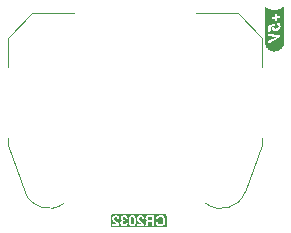
<source format=gbr>
%TF.GenerationSoftware,KiCad,Pcbnew,9.0.6*%
%TF.CreationDate,2025-12-27T16:00:58+00:00*%
%TF.ProjectId,AZUltra,415a556c-7472-4612-9e6b-696361645f70,rev?*%
%TF.SameCoordinates,Original*%
%TF.FileFunction,Legend,Bot*%
%TF.FilePolarity,Positive*%
%FSLAX46Y46*%
G04 Gerber Fmt 4.6, Leading zero omitted, Abs format (unit mm)*
G04 Created by KiCad (PCBNEW 9.0.6) date 2025-12-27 16:00:58*
%MOMM*%
%LPD*%
G01*
G04 APERTURE LIST*
%ADD10C,0.000000*%
%ADD11C,0.120000*%
G04 APERTURE END LIST*
D10*
G36*
X157201054Y-93801469D02*
G01*
X156972992Y-93801469D01*
X156958289Y-93801294D01*
X156908671Y-93795543D01*
X156889534Y-93788253D01*
X156873469Y-93777509D01*
X156864534Y-93768518D01*
X156854125Y-93752516D01*
X156846492Y-93733138D01*
X156841212Y-93707704D01*
X156839453Y-93678975D01*
X156841418Y-93649997D01*
X156852864Y-93611866D01*
X156873469Y-93585552D01*
X156896759Y-93571366D01*
X156927656Y-93563645D01*
X156972992Y-93561537D01*
X157201054Y-93561537D01*
X157201054Y-93801469D01*
G37*
G36*
X158354901Y-93323727D02*
G01*
X158422179Y-93399682D01*
X158444605Y-93458822D01*
X158444605Y-94450136D01*
X153733104Y-94450136D01*
X153733104Y-93694308D01*
X153833104Y-93694308D01*
X153835268Y-93736867D01*
X153847735Y-93793791D01*
X153858966Y-93820587D01*
X153873913Y-93846619D01*
X153895855Y-93875962D01*
X153923484Y-93905695D01*
X153971949Y-93948834D01*
X154033414Y-93996064D01*
X154111697Y-94053766D01*
X154175831Y-94108265D01*
X154199373Y-94136081D01*
X154216138Y-94164554D01*
X153836841Y-94164554D01*
X153836841Y-94322000D01*
X154444200Y-94322000D01*
X154443767Y-94313373D01*
X154433779Y-94228510D01*
X154414540Y-94163221D01*
X154400617Y-94133895D01*
X154383472Y-94106175D01*
X154360520Y-94076927D01*
X154348585Y-94064592D01*
X154531742Y-94064592D01*
X154532155Y-94081890D01*
X154542007Y-94147231D01*
X154564125Y-94204374D01*
X154579560Y-94229880D01*
X154597775Y-94253203D01*
X154618910Y-94274460D01*
X154642680Y-94293295D01*
X154669486Y-94309885D01*
X154698811Y-94323762D01*
X154731258Y-94335032D01*
X154766104Y-94343256D01*
X154804030Y-94348397D01*
X154844214Y-94350136D01*
X154861383Y-94349804D01*
X154932839Y-94340423D01*
X154994116Y-94319258D01*
X155045417Y-94287448D01*
X155067382Y-94267735D01*
X155086812Y-94245579D01*
X155103767Y-94220820D01*
X155117960Y-94193747D01*
X155129485Y-94163878D01*
X155137955Y-94131792D01*
X155143361Y-94096754D01*
X155145366Y-94059591D01*
X154973962Y-94059591D01*
X154967673Y-94103525D01*
X154951235Y-94144302D01*
X154925906Y-94173291D01*
X154909225Y-94184080D01*
X154890129Y-94191963D01*
X154866679Y-94197203D01*
X154840423Y-94198956D01*
X154802014Y-94193995D01*
X154781809Y-94186731D01*
X154763579Y-94176501D01*
X154733945Y-94147985D01*
X154722986Y-94130124D01*
X154714886Y-94110127D01*
X154709868Y-94088220D01*
X154708147Y-94064592D01*
X154708174Y-94061550D01*
X154710323Y-94038051D01*
X154715768Y-94016109D01*
X154735627Y-93978093D01*
X154765965Y-93949349D01*
X154784515Y-93938974D01*
X154805142Y-93931492D01*
X154843095Y-93923798D01*
X154908456Y-93922699D01*
X154908456Y-93886264D01*
X155230381Y-93886264D01*
X155236503Y-94016265D01*
X155252418Y-94111915D01*
X155275979Y-94183572D01*
X155305998Y-94236765D01*
X155313837Y-94246854D01*
X155358382Y-94291104D01*
X155383394Y-94308673D01*
X155410180Y-94323195D01*
X155439106Y-94334780D01*
X155469730Y-94343156D01*
X155502935Y-94348385D01*
X155537797Y-94350136D01*
X155578205Y-94347723D01*
X155640444Y-94333324D01*
X155695515Y-94306672D01*
X155720264Y-94288880D01*
X155743005Y-94268181D01*
X155763766Y-94244439D01*
X155782235Y-94217860D01*
X155793349Y-94198320D01*
X155807722Y-94165591D01*
X155819713Y-94128150D01*
X155830372Y-94080467D01*
X155838134Y-94026664D01*
X155843497Y-93958048D01*
X155845268Y-93881263D01*
X155845233Y-93869831D01*
X155838772Y-93741813D01*
X155830816Y-93694308D01*
X155932811Y-93694308D01*
X155934975Y-93736867D01*
X155947442Y-93793791D01*
X155958672Y-93820587D01*
X155973619Y-93846619D01*
X155995561Y-93875962D01*
X156023191Y-93905695D01*
X156071656Y-93948834D01*
X156133121Y-93996064D01*
X156211404Y-94053766D01*
X156275538Y-94108265D01*
X156299080Y-94136081D01*
X156315845Y-94164554D01*
X155936548Y-94164554D01*
X155936548Y-94322000D01*
X156543907Y-94322000D01*
X156637824Y-94322000D01*
X156840717Y-94322000D01*
X156857422Y-94282730D01*
X156866160Y-94235574D01*
X156868414Y-94164939D01*
X156867150Y-94104654D01*
X156867150Y-94067010D01*
X156868002Y-94047838D01*
X156877165Y-94010034D01*
X156896012Y-93983848D01*
X156910598Y-93973652D01*
X156928362Y-93966194D01*
X156953938Y-93960752D01*
X156984368Y-93958969D01*
X157201054Y-93958969D01*
X157201054Y-94322000D01*
X157390043Y-94322000D01*
X157390043Y-94008154D01*
X157536937Y-94008154D01*
X157545505Y-94073706D01*
X157566925Y-94141597D01*
X157581998Y-94172303D01*
X157599882Y-94200846D01*
X157620573Y-94227241D01*
X157643917Y-94251296D01*
X157670135Y-94273166D01*
X157698883Y-94292479D01*
X157730617Y-94309412D01*
X157764775Y-94323530D01*
X157801991Y-94334935D01*
X157841520Y-94343232D01*
X157884076Y-94348394D01*
X157928818Y-94350136D01*
X157998237Y-94345340D01*
X158072544Y-94327904D01*
X158138609Y-94298485D01*
X158168657Y-94279374D01*
X158196565Y-94257447D01*
X158222564Y-94232464D01*
X158246242Y-94204743D01*
X158267922Y-94173746D01*
X158287053Y-94140060D01*
X158303928Y-94102871D01*
X158317986Y-94063029D01*
X158329393Y-94019531D01*
X158337685Y-93973425D01*
X158342861Y-93923641D01*
X158344605Y-93871316D01*
X158338578Y-93775720D01*
X158320281Y-93687195D01*
X158291107Y-93610533D01*
X158252173Y-93545399D01*
X158204205Y-93491442D01*
X158176942Y-93468590D01*
X158147513Y-93448501D01*
X158115815Y-93431168D01*
X158082052Y-93416771D01*
X158045805Y-93405253D01*
X158007566Y-93396897D01*
X157966632Y-93391714D01*
X157923763Y-93389969D01*
X157847361Y-93395627D01*
X157772287Y-93413918D01*
X157706230Y-93443753D01*
X157649507Y-93484256D01*
X157602443Y-93534884D01*
X157580113Y-93568505D01*
X157566296Y-93596461D01*
X157555706Y-93626314D01*
X157546389Y-93667825D01*
X157540729Y-93715685D01*
X157720870Y-93715685D01*
X157723374Y-93705262D01*
X157743980Y-93648358D01*
X157771687Y-93606943D01*
X157788524Y-93590746D01*
X157807496Y-93577367D01*
X157829711Y-93566346D01*
X157854386Y-93558353D01*
X157884357Y-93553026D01*
X157917443Y-93551261D01*
X157969368Y-93556614D01*
X157995558Y-93564036D01*
X158019975Y-93574546D01*
X158042841Y-93588263D01*
X158063773Y-93604999D01*
X158083318Y-93625395D01*
X158100670Y-93648854D01*
X158116414Y-93676599D01*
X158129612Y-93707515D01*
X158140644Y-93743260D01*
X158148710Y-93782284D01*
X158153874Y-93826399D01*
X158155616Y-93873844D01*
X158149562Y-93960435D01*
X158132418Y-94032643D01*
X158106229Y-94089769D01*
X158072312Y-94133425D01*
X158031041Y-94164877D01*
X158007389Y-94176237D01*
X157981889Y-94184495D01*
X157953752Y-94189681D01*
X157923763Y-94191427D01*
X157887841Y-94189182D01*
X157835341Y-94175844D01*
X157792587Y-94151510D01*
X157774504Y-94135176D01*
X157758843Y-94116205D01*
X157745269Y-94093893D01*
X157734425Y-94068907D01*
X157726066Y-94039919D01*
X157720870Y-94008154D01*
X157536937Y-94008154D01*
X157390043Y-94008154D01*
X157390043Y-93404037D01*
X156897430Y-93404037D01*
X156871379Y-93404834D01*
X156809731Y-93414794D01*
X156760374Y-93435308D01*
X156738986Y-93449766D01*
X156719761Y-93467070D01*
X156708452Y-93479653D01*
X156691460Y-93503046D01*
X156677231Y-93528858D01*
X156665711Y-93557313D01*
X156657321Y-93587636D01*
X156652200Y-93619452D01*
X156650464Y-93652487D01*
X156653014Y-93678975D01*
X156656397Y-93714125D01*
X156673983Y-93766770D01*
X156687140Y-93789991D01*
X156703209Y-93811179D01*
X156722966Y-93831043D01*
X156745859Y-93848764D01*
X156773849Y-93865390D01*
X156805436Y-93879615D01*
X156762038Y-93899613D01*
X156726784Y-93923141D01*
X156712904Y-93938778D01*
X156702145Y-93957940D01*
X156694061Y-93981801D01*
X156688206Y-94011535D01*
X156681400Y-94093321D01*
X156678161Y-94212695D01*
X156677033Y-94232347D01*
X156667433Y-94261790D01*
X156655250Y-94276028D01*
X156637824Y-94288038D01*
X156637824Y-94322000D01*
X156543907Y-94322000D01*
X156543473Y-94313373D01*
X156540491Y-94288038D01*
X156533486Y-94228510D01*
X156514247Y-94163221D01*
X156500324Y-94133895D01*
X156483179Y-94106175D01*
X156460227Y-94076927D01*
X156432683Y-94048461D01*
X156390034Y-94012085D01*
X156338486Y-93974686D01*
X156270185Y-93925474D01*
X156185085Y-93857538D01*
X156142089Y-93811767D01*
X156128628Y-93790928D01*
X156119244Y-93770037D01*
X156111348Y-93736346D01*
X156109215Y-93698045D01*
X156114276Y-93651122D01*
X156130309Y-93610291D01*
X156155767Y-93580537D01*
X156172047Y-93569607D01*
X156190480Y-93561586D01*
X156211783Y-93556460D01*
X156235171Y-93554723D01*
X156275250Y-93560222D01*
X156293687Y-93567485D01*
X156310082Y-93577650D01*
X156324791Y-93591090D01*
X156337187Y-93607436D01*
X156347765Y-93627934D01*
X156355554Y-93651509D01*
X156360705Y-93680068D01*
X156362446Y-93711893D01*
X156362446Y-93740799D01*
X156532531Y-93740799D01*
X156532531Y-93709365D01*
X156532156Y-93690395D01*
X156522825Y-93618080D01*
X156502190Y-93557504D01*
X156471285Y-93507569D01*
X156452021Y-93486289D01*
X156430289Y-93467540D01*
X156405672Y-93451098D01*
X156378612Y-93437396D01*
X156348148Y-93426177D01*
X156315204Y-93418010D01*
X156278354Y-93412818D01*
X156238963Y-93411071D01*
X156220297Y-93411449D01*
X156147249Y-93421051D01*
X156084566Y-93442407D01*
X156032290Y-93474197D01*
X155990447Y-93515557D01*
X155973483Y-93539735D01*
X155959330Y-93566089D01*
X155947974Y-93594872D01*
X155939700Y-93625691D01*
X155934551Y-93659046D01*
X155932811Y-93694308D01*
X155830816Y-93694308D01*
X155823021Y-93647763D01*
X155799776Y-93577991D01*
X155769651Y-93525762D01*
X155760882Y-93514323D01*
X155739772Y-93490911D01*
X155716581Y-93470379D01*
X155691334Y-93452723D01*
X155664254Y-93438094D01*
X155635156Y-93426446D01*
X155604461Y-93418017D01*
X155571808Y-93412819D01*
X155537797Y-93411071D01*
X155497415Y-93413484D01*
X155435184Y-93427887D01*
X155380106Y-93454552D01*
X155355349Y-93472353D01*
X155332602Y-93493062D01*
X155311834Y-93516815D01*
X155293359Y-93543402D01*
X155282076Y-93563609D01*
X155267765Y-93596743D01*
X155255824Y-93634598D01*
X155245233Y-93682733D01*
X155237513Y-93737207D01*
X155232151Y-93807304D01*
X155230465Y-93882527D01*
X155230381Y-93886264D01*
X154908456Y-93886264D01*
X154908456Y-93804657D01*
X154893344Y-93804657D01*
X154888508Y-93804625D01*
X154831769Y-93798193D01*
X154791275Y-93782293D01*
X154762686Y-93757538D01*
X154751973Y-93740925D01*
X154744154Y-93721772D01*
X154738868Y-93697604D01*
X154737108Y-93670292D01*
X154738626Y-93646471D01*
X154750070Y-93607274D01*
X154771521Y-93578822D01*
X154786295Y-93568178D01*
X154803511Y-93560348D01*
X154824465Y-93555199D01*
X154848006Y-93553459D01*
X154864522Y-93554304D01*
X154905419Y-93565116D01*
X154936336Y-93586412D01*
X154956322Y-93616272D01*
X154959708Y-93625774D01*
X154966981Y-93660260D01*
X154970225Y-93710464D01*
X155133990Y-93710464D01*
X155131754Y-93645356D01*
X155125040Y-93603501D01*
X155112558Y-93564780D01*
X155108498Y-93555309D01*
X155095177Y-93530375D01*
X155078984Y-93507582D01*
X155059597Y-93486562D01*
X155037505Y-93467944D01*
X155012099Y-93451375D01*
X154984152Y-93437526D01*
X154952925Y-93426212D01*
X154919362Y-93417967D01*
X154882820Y-93412813D01*
X154844214Y-93411071D01*
X154779986Y-93415797D01*
X154714686Y-93432458D01*
X154660899Y-93459465D01*
X154618429Y-93495538D01*
X154587190Y-93540019D01*
X154575852Y-93565442D01*
X154567586Y-93592787D01*
X154562443Y-93622478D01*
X154560703Y-93653971D01*
X154566677Y-93707528D01*
X154574260Y-93731560D01*
X154585051Y-93754117D01*
X154600140Y-93776666D01*
X154619096Y-93797998D01*
X154645757Y-93821257D01*
X154677867Y-93843564D01*
X154634908Y-93867791D01*
X154589746Y-93904970D01*
X154558442Y-93947544D01*
X154547079Y-93972230D01*
X154538895Y-93998915D01*
X154533516Y-94030418D01*
X154531742Y-94064592D01*
X154348585Y-94064592D01*
X154332976Y-94048461D01*
X154290327Y-94012085D01*
X154238779Y-93974686D01*
X154170478Y-93925474D01*
X154085378Y-93857538D01*
X154042382Y-93811767D01*
X154028922Y-93790928D01*
X154019537Y-93770037D01*
X154011641Y-93736346D01*
X154009508Y-93698045D01*
X154014569Y-93651122D01*
X154030602Y-93610291D01*
X154056060Y-93580537D01*
X154072341Y-93569607D01*
X154090773Y-93561586D01*
X154112076Y-93556460D01*
X154135464Y-93554723D01*
X154175543Y-93560222D01*
X154193980Y-93567485D01*
X154210375Y-93577650D01*
X154225084Y-93591090D01*
X154237480Y-93607436D01*
X154248058Y-93627934D01*
X154255847Y-93651509D01*
X154260999Y-93680068D01*
X154262739Y-93711893D01*
X154262739Y-93740799D01*
X154432824Y-93740799D01*
X154432824Y-93709365D01*
X154432450Y-93690395D01*
X154423118Y-93618080D01*
X154402483Y-93557504D01*
X154371578Y-93507569D01*
X154352314Y-93486289D01*
X154330582Y-93467540D01*
X154305965Y-93451098D01*
X154278905Y-93437396D01*
X154248441Y-93426177D01*
X154215497Y-93418010D01*
X154178647Y-93412818D01*
X154139256Y-93411071D01*
X154120590Y-93411449D01*
X154047542Y-93421051D01*
X153984859Y-93442407D01*
X153932583Y-93474197D01*
X153890740Y-93515557D01*
X153873776Y-93539735D01*
X153859623Y-93566089D01*
X153848267Y-93594872D01*
X153839993Y-93625691D01*
X153834844Y-93659046D01*
X153833104Y-93694308D01*
X153733104Y-93694308D01*
X153733104Y-93473969D01*
X153768578Y-93391242D01*
X153848394Y-93315287D01*
X153911727Y-93289969D01*
X158279904Y-93289969D01*
X158354901Y-93323727D01*
G37*
G36*
X155559609Y-93555461D02*
G01*
X155578093Y-93560731D01*
X155595020Y-93569188D01*
X155610673Y-93581117D01*
X155624385Y-93596212D01*
X155636508Y-93615311D01*
X155646168Y-93637649D01*
X155646413Y-93638303D01*
X155655408Y-93675169D01*
X155662354Y-93729119D01*
X155668864Y-93879999D01*
X155665172Y-93995567D01*
X155654034Y-94086229D01*
X155641112Y-94129878D01*
X155635660Y-94140420D01*
X155610341Y-94172506D01*
X155595148Y-94183795D01*
X155578251Y-94191998D01*
X155558892Y-94197207D01*
X155537797Y-94198956D01*
X155518786Y-94197503D01*
X155500020Y-94192810D01*
X155482859Y-94184950D01*
X155466865Y-94173558D01*
X155452767Y-94158941D01*
X155439911Y-94139878D01*
X155429426Y-94117348D01*
X155429391Y-94117256D01*
X155420306Y-94080886D01*
X155413305Y-94028012D01*
X155406785Y-93882527D01*
X155410711Y-93759501D01*
X155421849Y-93668115D01*
X155434482Y-93625065D01*
X155440763Y-93612801D01*
X155466603Y-93580174D01*
X155498881Y-93560386D01*
X155517656Y-93555204D01*
X155537797Y-93553459D01*
X155559609Y-93555461D01*
G37*
D11*
%TO.C,BT1*%
X144985000Y-78390000D02*
X144985000Y-80850000D01*
X144985000Y-86850000D02*
X144985000Y-87480000D01*
X144985000Y-87480000D02*
X146425000Y-91430000D01*
X147065000Y-76310000D02*
X144985000Y-78390000D01*
X147065000Y-76310000D02*
X150565000Y-76310000D01*
X160965000Y-76310000D02*
X164465000Y-76310000D01*
X164465000Y-76310000D02*
X166545000Y-78390000D01*
X166545000Y-78390000D02*
X166545000Y-80850000D01*
X166545000Y-86850000D02*
X166545000Y-87480000D01*
X166545000Y-87480000D02*
X165105000Y-91430000D01*
X149765000Y-92400000D02*
G75*
G02*
X146439757Y-91438169I-1310000J1700000D01*
G01*
X165105000Y-91430000D02*
G75*
G02*
X161768354Y-92416530I-2030000J730001D01*
G01*
%TD*%
G36*
X168375060Y-75734126D02*
G01*
X168377869Y-75741657D01*
X168377869Y-78743601D01*
X168378338Y-78752998D01*
X168378338Y-78754144D01*
X168377869Y-78763541D01*
X168377869Y-78772925D01*
X168377336Y-78774210D01*
X168376416Y-78792646D01*
X168372646Y-78800599D01*
X168364930Y-78803572D01*
X167254241Y-78803572D01*
X167246109Y-78800204D01*
X167242741Y-78792072D01*
X167246109Y-78783940D01*
X167248749Y-78781968D01*
X168059369Y-78341328D01*
X168059369Y-78167428D01*
X167039410Y-78042620D01*
X167039410Y-78249371D01*
X167765927Y-78308105D01*
X167773761Y-78312118D01*
X167776463Y-78320495D01*
X167772450Y-78328329D01*
X167770072Y-78329889D01*
X167039410Y-78688947D01*
X167039410Y-78792072D01*
X167036042Y-78800204D01*
X167027910Y-78803572D01*
X166789849Y-78803572D01*
X166781717Y-78800204D01*
X166778350Y-78792215D01*
X166778124Y-78774134D01*
X166777869Y-78773528D01*
X166777869Y-77377058D01*
X167066766Y-77377058D01*
X167066766Y-77896013D01*
X167241764Y-77859621D01*
X167241766Y-77859620D01*
X167241766Y-77466468D01*
X167245134Y-77458336D01*
X167249365Y-77455650D01*
X167418233Y-77394752D01*
X167427025Y-77395162D01*
X167432952Y-77401669D01*
X167432542Y-77410461D01*
X167432029Y-77411430D01*
X167420603Y-77430723D01*
X167396601Y-77493226D01*
X167396600Y-77493228D01*
X167390216Y-77528162D01*
X167390216Y-77528165D01*
X167388188Y-77564874D01*
X167388981Y-77587980D01*
X167400727Y-77651618D01*
X167400729Y-77651625D01*
X167425314Y-77704678D01*
X167425317Y-77704682D01*
X167442196Y-77727427D01*
X167442203Y-77727436D01*
X167461955Y-77747484D01*
X167461963Y-77747491D01*
X167484951Y-77765080D01*
X167510671Y-77779680D01*
X167510682Y-77779686D01*
X167539932Y-77791513D01*
X167571804Y-77799961D01*
X167571803Y-77799961D01*
X167607387Y-77805034D01*
X167645452Y-77806267D01*
X167687056Y-77803410D01*
X167687061Y-77803409D01*
X167730973Y-77796241D01*
X167730987Y-77796239D01*
X167755044Y-77790627D01*
X167797343Y-77777633D01*
X167837451Y-77761235D01*
X167875374Y-77741519D01*
X167875387Y-77741512D01*
X167910764Y-77718736D01*
X167910789Y-77718718D01*
X167943475Y-77693064D01*
X167943492Y-77693049D01*
X167973343Y-77664688D01*
X167973351Y-77664680D01*
X168023633Y-77600983D01*
X168023634Y-77600981D01*
X168060463Y-77529586D01*
X168060463Y-77529585D01*
X168083000Y-77452365D01*
X168090631Y-77370956D01*
X168090466Y-77358753D01*
X168081236Y-77284250D01*
X168059496Y-77223000D01*
X168027011Y-77174498D01*
X167984735Y-77138351D01*
X167959878Y-77124890D01*
X167932838Y-77114791D01*
X167932831Y-77114789D01*
X167902989Y-77108029D01*
X167871106Y-77105007D01*
X167836287Y-77105913D01*
X167799555Y-77111017D01*
X167799555Y-77299999D01*
X167825636Y-77297766D01*
X167828415Y-77297865D01*
X167864245Y-77303538D01*
X167868674Y-77305229D01*
X167893693Y-77321343D01*
X167896629Y-77324063D01*
X167905864Y-77336242D01*
X167907163Y-77338416D01*
X167914469Y-77354427D01*
X167915199Y-77356557D01*
X167920493Y-77378965D01*
X167920775Y-77380830D01*
X167922572Y-77407308D01*
X167922485Y-77409695D01*
X167915478Y-77459315D01*
X167914841Y-77461791D01*
X167906267Y-77484362D01*
X167905526Y-77485941D01*
X167893450Y-77507286D01*
X167892490Y-77508720D01*
X167876618Y-77528959D01*
X167875495Y-77530194D01*
X167856252Y-77548499D01*
X167855027Y-77549513D01*
X167831630Y-77566287D01*
X167830359Y-77567078D01*
X167803566Y-77581431D01*
X167802300Y-77582014D01*
X167771293Y-77594059D01*
X167770062Y-77594459D01*
X167735729Y-77603514D01*
X167734656Y-77603743D01*
X167705827Y-77608469D01*
X167704007Y-77608620D01*
X167648326Y-77608814D01*
X167645082Y-77608359D01*
X167605121Y-77596768D01*
X167601420Y-77594920D01*
X167573029Y-77573605D01*
X167570607Y-77571135D01*
X167560525Y-77557157D01*
X167559381Y-77555185D01*
X167551631Y-77538119D01*
X167550931Y-77536097D01*
X167545689Y-77514668D01*
X167545391Y-77512775D01*
X167543575Y-77487981D01*
X167543552Y-77486699D01*
X167544049Y-77473772D01*
X167544332Y-77471643D01*
X167555066Y-77424847D01*
X167555974Y-77422305D01*
X167565816Y-77402475D01*
X167566763Y-77400899D01*
X167579902Y-77382525D01*
X167581084Y-77381123D01*
X167597526Y-77364515D01*
X167598873Y-77363350D01*
X167619121Y-77348420D01*
X167619121Y-77175864D01*
X167619120Y-77175863D01*
X167066766Y-77377058D01*
X166777869Y-77377058D01*
X166777869Y-76658436D01*
X167398203Y-76658436D01*
X167398203Y-76821345D01*
X167639108Y-76771281D01*
X167647755Y-76772924D01*
X167652707Y-76780200D01*
X167652948Y-76782540D01*
X167652948Y-77017653D01*
X167819583Y-76982972D01*
X167819583Y-76743079D01*
X167822951Y-76734947D01*
X167828744Y-76731819D01*
X168074999Y-76680660D01*
X168075000Y-76680659D01*
X168075000Y-76517751D01*
X167833422Y-76567938D01*
X167824775Y-76566294D01*
X167819823Y-76559017D01*
X167819583Y-76556678D01*
X167819583Y-76321563D01*
X167652948Y-76356246D01*
X167652948Y-76596139D01*
X167649580Y-76604271D01*
X167643788Y-76607398D01*
X167398204Y-76658434D01*
X167398203Y-76658436D01*
X166777869Y-76658436D01*
X166777869Y-75747408D01*
X166781237Y-75739276D01*
X166789369Y-75735908D01*
X166796539Y-75738417D01*
X166865401Y-75793332D01*
X166865412Y-75793340D01*
X166946697Y-75847953D01*
X167032171Y-75895763D01*
X167121259Y-75936448D01*
X167213348Y-75969730D01*
X167307865Y-75995399D01*
X167404147Y-76013279D01*
X167501570Y-76023251D01*
X167599501Y-76025249D01*
X167599509Y-76025249D01*
X167697228Y-76019260D01*
X167794165Y-76005324D01*
X167889656Y-75983528D01*
X167983039Y-75954026D01*
X168073708Y-75917011D01*
X168073712Y-75917009D01*
X168161052Y-75872730D01*
X168161060Y-75872726D01*
X168244504Y-75821475D01*
X168323507Y-75763581D01*
X168358838Y-75732966D01*
X168367189Y-75730186D01*
X168375060Y-75734126D01*
G37*
G36*
X167558821Y-77928338D02*
G01*
X167638017Y-77930312D01*
X167638590Y-77930340D01*
X167640510Y-77930484D01*
X167641080Y-77930541D01*
X167719704Y-77940394D01*
X167720268Y-77940479D01*
X167722142Y-77940809D01*
X167722707Y-77940923D01*
X167799967Y-77958557D01*
X167800528Y-77958700D01*
X167802366Y-77959218D01*
X167802908Y-77959386D01*
X167878014Y-77984619D01*
X167878556Y-77984816D01*
X167880346Y-77985519D01*
X167880872Y-77985741D01*
X167953078Y-78018321D01*
X167953595Y-78018570D01*
X167955319Y-78019454D01*
X167955822Y-78019728D01*
X168024425Y-78059337D01*
X168024910Y-78059633D01*
X168026528Y-78060677D01*
X168027006Y-78061003D01*
X168091325Y-78107245D01*
X168091788Y-78107596D01*
X168093302Y-78108805D01*
X168093735Y-78109169D01*
X168153115Y-78161572D01*
X168153537Y-78161963D01*
X168154936Y-78163328D01*
X168155335Y-78163737D01*
X168209222Y-78221813D01*
X168209601Y-78222243D01*
X168210822Y-78223698D01*
X168211180Y-78224146D01*
X168259029Y-78287316D01*
X168259364Y-78287782D01*
X168260435Y-78289353D01*
X168260746Y-78289834D01*
X168302065Y-78357449D01*
X168302351Y-78357946D01*
X168303273Y-78359639D01*
X168303535Y-78360149D01*
X168337911Y-78431531D01*
X168338148Y-78432057D01*
X168338891Y-78433821D01*
X168339099Y-78434352D01*
X168366196Y-78508799D01*
X168366379Y-78509342D01*
X168366945Y-78511177D01*
X168367100Y-78511729D01*
X168377513Y-78552620D01*
X168377869Y-78555458D01*
X168377869Y-78743601D01*
X168378338Y-78752998D01*
X168378338Y-78754144D01*
X168377869Y-78763541D01*
X168377869Y-78772925D01*
X168377336Y-78774210D01*
X168374417Y-78832700D01*
X168374303Y-78833841D01*
X168362579Y-78911627D01*
X168362351Y-78912751D01*
X168342944Y-78988969D01*
X168342606Y-78990064D01*
X168315707Y-79063968D01*
X168315262Y-79065025D01*
X168281134Y-79135892D01*
X168280586Y-79136899D01*
X168239568Y-79204021D01*
X168238922Y-79204968D01*
X168191431Y-79267666D01*
X168190694Y-79268544D01*
X168137192Y-79326205D01*
X168136371Y-79327005D01*
X168077404Y-79379044D01*
X168076508Y-79379759D01*
X168012642Y-79425675D01*
X168011679Y-79426297D01*
X167943562Y-79465625D01*
X167942542Y-79466148D01*
X167870849Y-79498498D01*
X167869781Y-79498917D01*
X167795222Y-79523966D01*
X167794119Y-79524277D01*
X167717432Y-79541781D01*
X167716303Y-79541980D01*
X167638252Y-79551761D01*
X167637109Y-79551846D01*
X167558491Y-79553806D01*
X167557345Y-79553778D01*
X167478900Y-79547900D01*
X167477762Y-79547757D01*
X167400308Y-79534099D01*
X167399190Y-79533844D01*
X167323471Y-79512541D01*
X167322385Y-79512176D01*
X167249172Y-79483442D01*
X167248127Y-79482971D01*
X167178125Y-79447083D01*
X167177132Y-79446509D01*
X167111067Y-79403839D01*
X167110136Y-79403170D01*
X167048645Y-79354132D01*
X167047785Y-79353374D01*
X166991471Y-79298448D01*
X166990691Y-79297607D01*
X166940133Y-79237353D01*
X166939441Y-79236439D01*
X166895135Y-79171456D01*
X166894537Y-79170478D01*
X166856917Y-79101395D01*
X166856420Y-79100362D01*
X166825869Y-79027886D01*
X166825477Y-79026809D01*
X166802294Y-78951650D01*
X166802011Y-78950539D01*
X166786425Y-78873443D01*
X166786254Y-78872309D01*
X166778415Y-78793970D01*
X166778359Y-78792968D01*
X166778124Y-78774134D01*
X166777869Y-78773528D01*
X166777869Y-78551597D01*
X166778380Y-78548207D01*
X166801673Y-78472691D01*
X166801855Y-78472150D01*
X166802512Y-78470344D01*
X166802722Y-78469808D01*
X166833500Y-78396793D01*
X166833736Y-78396271D01*
X166834557Y-78394566D01*
X166834818Y-78394055D01*
X166872726Y-78324444D01*
X166873013Y-78323948D01*
X166873998Y-78322336D01*
X166874309Y-78321854D01*
X166918954Y-78256372D01*
X166919288Y-78255907D01*
X166920430Y-78254399D01*
X166920789Y-78253950D01*
X166971732Y-78193239D01*
X166972109Y-78192811D01*
X166973401Y-78191418D01*
X166973803Y-78191005D01*
X167019880Y-78146064D01*
X167028054Y-78142798D01*
X167036143Y-78146267D01*
X167039410Y-78154297D01*
X167039410Y-78249371D01*
X167765927Y-78308105D01*
X167773761Y-78312118D01*
X167776463Y-78320495D01*
X167772450Y-78328329D01*
X167770072Y-78329889D01*
X167039410Y-78688947D01*
X167039410Y-78895760D01*
X168059369Y-78341328D01*
X168059369Y-78167428D01*
X167171819Y-78058822D01*
X167164157Y-78054491D01*
X167161801Y-78046010D01*
X167166132Y-78038348D01*
X167167969Y-78037174D01*
X167236971Y-78001798D01*
X167237489Y-78001548D01*
X167239249Y-78000754D01*
X167239777Y-78000532D01*
X167313513Y-77971593D01*
X167314052Y-77971396D01*
X167315886Y-77970780D01*
X167316433Y-77970612D01*
X167392697Y-77949154D01*
X167393256Y-77949012D01*
X167395120Y-77948587D01*
X167395679Y-77948474D01*
X167473698Y-77934717D01*
X167474266Y-77934631D01*
X167476183Y-77934391D01*
X167476753Y-77934334D01*
X167555769Y-77928413D01*
X167556345Y-77928384D01*
X167558251Y-77928337D01*
X167558821Y-77928338D01*
G37*
M02*

</source>
